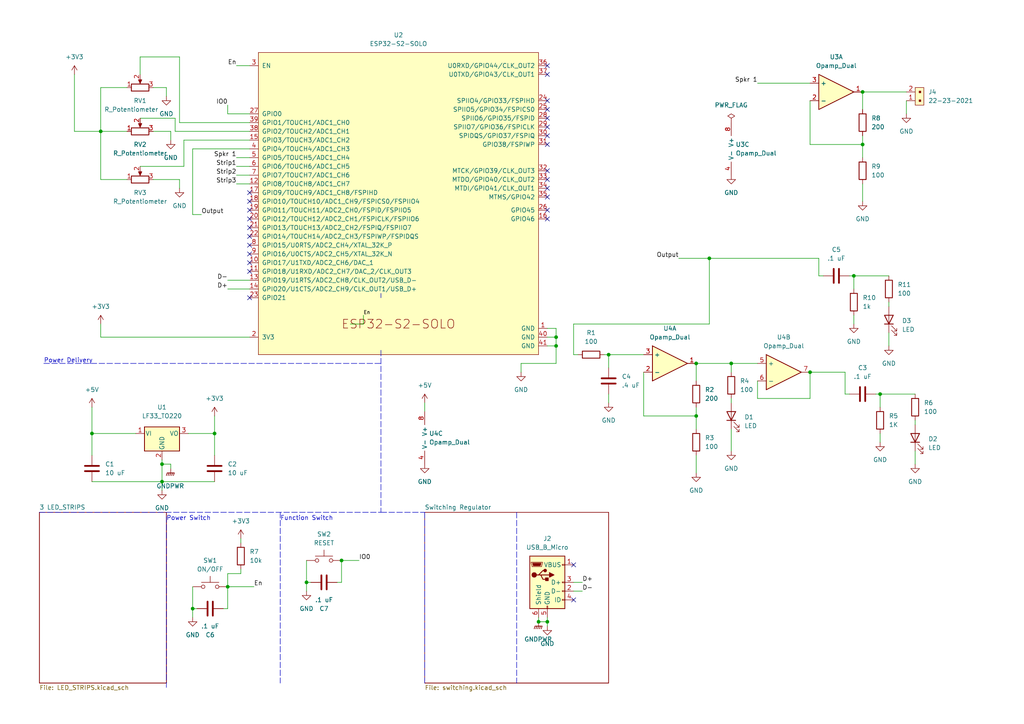
<source format=kicad_sch>
(kicad_sch (version 20211123) (generator eeschema)
  (paper "A4")
  (lib_symbols
    (symbol "Connector:USB_B_Micro" (pin_names (offset 1.016))
      (property "Reference" "J" (at -5.08 11.43 0))
      (property "Value" "USB_B_Micro" (at -5.08 8.89 0))
      (symbol "USB_B_Micro_0_1"
        (rectangle (start -5.08 -7.62) (end 5.08 7.62) (stroke (width 0.254)) (fill (type background)))
        (circle (center -3.81 2.159) (radius 0.635) (stroke (width 0.254)) (fill (type outline)))
        (circle (center -0.635 3.429) (radius 0.381) (stroke (width 0.254)) (fill (type outline)))
        (rectangle (start -0.127 -7.62) (end 0.127 -6.858))
        (polyline (pts (xy -1.905 2.159) (xy 0.635 2.159)) (stroke (width 0.254)))
        (polyline (pts (xy -3.175 2.159) (xy -2.54 2.159) (xy -1.27 3.429) (xy -0.635 3.429)) (stroke (width 0.254)))
        (polyline (pts (xy -2.54 2.159) (xy -1.905 2.159) (xy -1.27 0.889) (xy 0 0.889)) (stroke (width 0.254)))
        (polyline (pts (xy 0.635 2.794) (xy 0.635 1.524) (xy 1.905 2.159) (xy 0.635 2.794)) (stroke (width 0.254)) (fill (type outline)))
        (polyline (pts (xy -4.318 5.588) (xy -1.778 5.588) (xy -2.032 4.826) (xy -4.064 4.826) (xy -4.318 5.588)) (fill (type outline)))
        (polyline (pts (xy -4.699 5.842) (xy -4.699 5.588) (xy -4.445 4.826) (xy -4.445 4.572) (xy -1.651 4.572) (xy -1.651 4.826) (xy -1.397 5.588) (xy -1.397 5.842) (xy -4.699 5.842)))
        (rectangle (start 0.254 1.27) (end -0.508 0.508) (stroke (width 0.254)) (fill (type outline)))
        (rectangle (start 5.08 -5.207) (end 4.318 -4.953))
        (rectangle (start 5.08 -2.667) (end 4.318 -2.413))
        (rectangle (start 5.08 -0.127) (end 4.318 0.127))
        (rectangle (start 5.08 4.953) (end 4.318 5.207))
      )
      (symbol "USB_B_Micro_1_1"
        (pin power_out line (at 7.62 5.08 180) (length 2.54) (name "VBUS") (number "1"))
        (pin bidirectional line (at 7.62 -2.54 180) (length 2.54) (name "D-") (number "2"))
        (pin bidirectional line (at 7.62 0 180) (length 2.54) (name "D+") (number "3"))
        (pin passive line (at 7.62 -5.08 180) (length 2.54) (name "ID") (number "4"))
        (pin power_out line (at 0 -10.16 90) (length 2.54) (name "GND") (number "5"))
        (pin passive line (at -2.54 -10.16 90) (length 2.54) (name "Shield") (number "6"))
      )
    )
    (symbol "Device:C" (pin_numbers hide) (pin_names (offset 0.254))
      (property "Reference" "C" (at 0.635 2.54 0))
      (property "Value" "C" (at 0.635 -2.54 0))
      (symbol "C_0_1"
        (polyline (pts (xy -2.032 -0.762) (xy 2.032 -0.762)) (stroke (width 0.508)))
        (polyline (pts (xy -2.032 0.762) (xy 2.032 0.762)) (stroke (width 0.508)))
      )
      (symbol "C_1_1"
        (pin passive line (at 0 3.81 270) (length 2.794) (name "~") (number "1"))
        (pin passive line (at 0 -3.81 90) (length 2.794) (name "~") (number "2"))
      )
    )
    (symbol "Device:LED" (pin_numbers hide) (pin_names (offset 1.016) hide)
      (property "Reference" "D" (at 0 2.54 0))
      (property "Value" "LED" (at 0 -2.54 0))
      (symbol "LED_0_1"
        (polyline (pts (xy -1.27 -1.27) (xy -1.27 1.27)) (stroke (width 0.254)))
        (polyline (pts (xy -1.27 0) (xy 1.27 0)))
        (polyline (pts (xy 1.27 -1.27) (xy 1.27 1.27) (xy -1.27 0) (xy 1.27 -1.27)) (stroke (width 0.254)))
        (polyline (pts (xy -3.048 -0.762) (xy -4.572 -2.286) (xy -3.81 -2.286) (xy -4.572 -2.286) (xy -4.572 -1.524)))
        (polyline (pts (xy -1.778 -0.762) (xy -3.302 -2.286) (xy -2.54 -2.286) (xy -3.302 -2.286) (xy -3.302 -1.524)))
      )
      (symbol "LED_1_1"
        (pin passive line (at -3.81 0 0) (length 2.54) (name "K") (number "1"))
        (pin passive line (at 3.81 0 180) (length 2.54) (name "A") (number "2"))
      )
    )
    (symbol "Device:Opamp_Dual"
      (property "Reference" "U" (at 0 5.08 0))
      (property "Value" "Opamp_Dual" (at 0 -5.08 0))
      (symbol "Opamp_Dual_1_1"
        (polyline (pts (xy -5.08 5.08) (xy 5.08 0) (xy -5.08 -5.08) (xy -5.08 5.08)) (stroke (width 0.254)) (fill (type background)))
        (pin output line (at 7.62 0 180) (length 2.54) (name "~") (number "1"))
        (pin input line (at -7.62 -2.54 0) (length 2.54) (name "-") (number "2"))
        (pin input line (at -7.62 2.54 0) (length 2.54) (name "+") (number "3"))
      )
      (symbol "Opamp_Dual_2_1"
        (polyline (pts (xy -5.08 5.08) (xy 5.08 0) (xy -5.08 -5.08) (xy -5.08 5.08)) (stroke (width 0.254)) (fill (type background)))
        (pin input line (at -7.62 2.54 0) (length 2.54) (name "+") (number "5"))
        (pin input line (at -7.62 -2.54 0) (length 2.54) (name "-") (number "6"))
        (pin output line (at 7.62 0 180) (length 2.54) (name "~") (number "7"))
      )
      (symbol "Opamp_Dual_3_1"
        (pin power_in line (at -2.54 -7.62 90) (length 3.81) (name "V-") (number "4"))
        (pin power_in line (at -2.54 7.62 270) (length 3.81) (name "V+") (number "8"))
      )
    )
    (symbol "Device:R" (pin_numbers hide) (pin_names (offset 0))
      (property "Reference" "R" (at 2.032 0 90))
      (property "Value" "R" (at 0 0 90))
      (symbol "R_0_1"
        (rectangle (start -1.016 -2.54) (end 1.016 2.54) (stroke (width 0.254)))
      )
      (symbol "R_1_1"
        (pin passive line (at 0 3.81 270) (length 1.27) (name "~") (number "1"))
        (pin passive line (at 0 -3.81 90) (length 1.27) (name "~") (number "2"))
      )
    )
    (symbol "Device:R_Potentiometer" (pin_names (offset 1.016) hide)
      (property "Reference" "RV" (at -4.445 0 90))
      (property "Value" "R_Potentiometer" (at -2.54 0 90))
      (symbol "R_Potentiometer_0_1"
        (polyline (pts (xy 2.54 0) (xy 1.524 0)))
        (polyline (pts (xy 1.143 0) (xy 2.286 0.508) (xy 2.286 -0.508) (xy 1.143 0)) (fill (type outline)))
        (rectangle (start 1.016 2.54) (end -1.016 -2.54) (stroke (width 0.254)))
      )
      (symbol "R_Potentiometer_1_1"
        (pin passive line (at 0 3.81 270) (length 1.27) (name "1") (number "1"))
        (pin passive line (at 3.81 0 180) (length 1.27) (name "2") (number "2"))
        (pin passive line (at 0 -3.81 90) (length 1.27) (name "3") (number "3"))
      )
    )
    (symbol "Espressif:ESP32-S2-SOLO" (pin_names (offset 1.016))
      (property "Reference" "U" (at 0 43.18 0))
      (property "Value" "ESP32-S2-SOLO" (at 0 -46.99 0))
      (symbol "ESP32-S2-SOLO_0_1"
        (rectangle (start -40.64 41.91) (end 40.64 -45.72) (fill (type background)))
      )
      (symbol "ESP32-S2-SOLO_1_1"
        (text "ESP32-S2-SOLO" (at 0 -36.83 0) (effects (font (size 2.54 2.54))))
        (pin power_in line (at 43.18 -38.1 180) (length 2.54) (name "GND") (number "1"))
        (pin bidirectional line (at -43.18 -19.05 0) (length 2.54) (name "GPIO17/U1TXD/ADC2_CH6/DAC_1") (number "10"))
        (pin bidirectional line (at -43.18 -21.59 0) (length 2.54) (name "GPIO18/U1RXD/ADC2_CH7/DAC_2/CLK_OUT3") (number "11"))
        (pin bidirectional line (at -43.18 3.81 0) (length 2.54) (name "GPIO8/TOUCH8/ADC1_CH7") (number "12"))
        (pin bidirectional line (at -43.18 -24.13 0) (length 2.54) (name "GPIO19/U1RTS/ADC2_CH8/CLK_OUT2/USB_D-") (number "13"))
        (pin bidirectional line (at -43.18 -26.67 0) (length 2.54) (name "GPIO20/U1CTS/ADC2_CH9/CLK_OUT1/USB_D+") (number "14"))
        (pin bidirectional line (at -43.18 16.51 0) (length 2.54) (name "GPIO3/TOUCH3/ADC1_CH2") (number "15"))
        (pin input line (at 43.18 -6.35 180) (length 2.54) (name "GPIO46") (number "16"))
        (pin bidirectional line (at -43.18 1.27 0) (length 2.54) (name "GPIO9/TOUCH9/ADC1_CH8/FSPIHD") (number "17"))
        (pin bidirectional line (at -43.18 -1.27 0) (length 2.54) (name "GPIO10/TOUCH10/ADC1_CH9/FSPICS0/FSPIIO4") (number "18"))
        (pin bidirectional line (at -43.18 -3.81 0) (length 2.54) (name "GPIO11/TOUCH11/ADC2_CH0/FSPID/FSPIIO5") (number "19"))
        (pin power_in line (at -43.18 -40.64 0) (length 2.54) (name "3V3") (number "2"))
        (pin bidirectional line (at -43.18 -6.35 0) (length 2.54) (name "GPIO12/TOUCH12/ADC2_CH1/FSPICLK/FSPIIO6") (number "20"))
        (pin bidirectional line (at -43.18 -8.89 0) (length 2.54) (name "GPIO13/TOUCH13/ADC2_CH2/FSPIQ/FSPIIO7") (number "21"))
        (pin bidirectional line (at -43.18 -11.43 0) (length 2.54) (name "GPIO14/TOUCH14/ADC2_CH3/FSPIWP/FSPIDQS") (number "22"))
        (pin bidirectional line (at -43.18 -29.21 0) (length 2.54) (name "GPIO21") (number "23"))
        (pin bidirectional line (at 43.18 27.94 180) (length 2.54) (name "SPIIO4/GPIO33/FSPIHD") (number "24"))
        (pin bidirectional line (at 43.18 25.4 180) (length 2.54) (name "SPIIO5/GPIO34/FSPICS0") (number "25"))
        (pin bidirectional line (at 43.18 -3.81 180) (length 2.54) (name "GPIO45") (number "26"))
        (pin bidirectional line (at -43.18 24.13 0) (length 2.54) (name "GPIO0") (number "27"))
        (pin bidirectional line (at 43.18 22.86 180) (length 2.54) (name "SPIIO6/GPIO35/FSPID") (number "28"))
        (pin bidirectional line (at 43.18 20.32 180) (length 2.54) (name "SPIIO7/GPIO36/FSPICLK") (number "29"))
        (pin bidirectional line (at -43.18 38.1 0) (length 2.54) (name "EN") (number "3"))
        (pin bidirectional line (at 43.18 17.78 180) (length 2.54) (name "SPIDQS/GPIO37/FSPIQ") (number "30"))
        (pin bidirectional line (at 43.18 15.24 180) (length 2.54) (name "GPIO38/FSPIWP") (number "31"))
        (pin bidirectional line (at 43.18 7.62 180) (length 2.54) (name "MTCK/GPIO39/CLK_OUT3") (number "32"))
        (pin bidirectional line (at 43.18 5.08 180) (length 2.54) (name "MTDO/GPIO40/CLK_OUT2") (number "33"))
        (pin bidirectional line (at 43.18 2.54 180) (length 2.54) (name "MTDI/GPIO41/CLK_OUT1") (number "34"))
        (pin bidirectional line (at 43.18 0 180) (length 2.54) (name "MTMS/GPIO42") (number "35"))
        (pin bidirectional line (at 43.18 38.1 180) (length 2.54) (name "U0RXD/GPIO44/CLK_OUT2") (number "36"))
        (pin bidirectional line (at 43.18 35.56 180) (length 2.54) (name "U0TXD/GPIO43/CLK_OUT1") (number "37"))
        (pin bidirectional line (at -43.18 19.05 0) (length 2.54) (name "GPIO2/TOUCH2/ADC1_CH1") (number "38"))
        (pin bidirectional line (at -43.18 21.59 0) (length 2.54) (name "GPIO1/TOUCH1/ADC1_CH0") (number "39"))
        (pin bidirectional line (at -43.18 13.97 0) (length 2.54) (name "GPIO4/TOUCH4/ADC1_CH3") (number "4"))
        (pin input line (at 43.18 -40.64 180) (length 2.54) (name "GND") (number "40"))
        (pin input line (at 43.18 -43.18 180) (length 2.54) (name "GND") (number "41"))
        (pin bidirectional line (at -43.18 11.43 0) (length 2.54) (name "GPIO5/TOUCH5/ADC1_CH4") (number "5"))
        (pin bidirectional line (at -43.18 8.89 0) (length 2.54) (name "GPIO6/TOUCH6/ADC1_CH5") (number "6"))
        (pin bidirectional line (at -43.18 6.35 0) (length 2.54) (name "GPIO7/TOUCH7/ADC1_CH6") (number "7"))
        (pin bidirectional line (at -43.18 -13.97 0) (length 2.54) (name "GPIO15/U0RTS/ADC2_CH4/XTAL_32K_P") (number "8"))
        (pin bidirectional line (at -43.18 -16.51 0) (length 2.54) (name "GPIO16/U0CTS/ADC2_CH5/XTAL_32K_N") (number "9"))
      )
    )
    (symbol "Regulator_Linear:LF33_TO220" (pin_names (offset 0.254))
      (property "Reference" "U" (at -3.81 3.175 0))
      (property "Value" "LF33_TO220" (at 0 3.175 0))
      (symbol "LF33_TO220_0_1"
        (rectangle (start -5.08 1.905) (end 5.08 -5.08) (stroke (width 0.254)) (fill (type background)))
      )
      (symbol "LF33_TO220_1_1"
        (pin power_in line (at -7.62 0 0) (length 2.54) (name "VI") (number "1"))
        (pin power_in line (at 0 -7.62 90) (length 2.54) (name "GND") (number "2"))
        (pin power_out line (at 7.62 0 180) (length 2.54) (name "VO") (number "3"))
      )
    )
    (symbol "Switch:SW_Push" (pin_numbers hide) (pin_names (offset 1.016) hide)
      (property "Reference" "SW" (at 1.27 2.54 0))
      (property "Value" "SW_Push" (at 0 -1.524 0))
      (symbol "SW_Push_0_1"
        (circle (center -2.032 0) (radius 0.508))
        (polyline (pts (xy 0 1.27) (xy 0 3.048)))
        (polyline (pts (xy 2.54 1.27) (xy -2.54 1.27)))
        (circle (center 2.032 0) (radius 0.508))
        (pin passive line (at -5.08 0 0) (length 2.54) (name "1") (number "1"))
        (pin passive line (at 5.08 0 180) (length 2.54) (name "2") (number "2"))
      )
    )
    (symbol "dk_Rectangular-Connectors-Headers-Male-Pins:22-23-2021" (pin_names (offset 1.016))
      (property "Reference" "J" (at -2.54 1.27 0))
      (property "Value" "22-23-2021" (at 1.27 -3.81 0))
      (symbol "22-23-2021_1_1"
        (rectangle (start -1.27 0) (end 3.81 -2.54) (fill (type background)))
        (rectangle (start -0.254 -1.143) (end 0.254 -1.651) (fill (type outline)))
        (rectangle (start 2.286 -1.143) (end 2.794 -1.651) (fill (type outline)))
        (pin passive line (at 0 2.54 270) (length 2.54) (name "~") (number "1"))
        (pin passive line (at 2.54 2.54 270) (length 2.54) (name "~") (number "2"))
      )
    )
    (symbol "power:+3.3V" (power) (pin_names (offset 0))
      (property "Value" "+3.3V" (at 0 3.556 0))
      (symbol "+3.3V_0_1"
        (polyline (pts (xy -0.762 1.27) (xy 0 2.54)))
        (polyline (pts (xy 0 0) (xy 0 2.54)))
        (polyline (pts (xy 0 2.54) (xy 0.762 1.27)))
      )
      (symbol "+3.3V_1_1"
        (pin power_in line (at 0 0 90) (length 0) hide (name "+3V3") (number "1"))
      )
    )
    (symbol "power:+5V" (power) (pin_names (offset 0))
      (property "Value" "+5V" (at 0 3.556 0))
      (symbol "+5V_0_1"
        (polyline (pts (xy -0.762 1.27) (xy 0 2.54)))
        (polyline (pts (xy 0 0) (xy 0 2.54)))
        (polyline (pts (xy 0 2.54) (xy 0.762 1.27)))
      )
      (symbol "+5V_1_1"
        (pin power_in line (at 0 0 90) (length 0) hide (name "+5V") (number "1"))
      )
    )
    (symbol "power:GND" (power) (pin_names (offset 0))
      (property "Value" "GND" (at 0 -3.81 0))
      (symbol "GND_0_1"
        (polyline (pts (xy 0 0) (xy 0 -1.27) (xy 1.27 -1.27) (xy 0 -2.54) (xy -1.27 -1.27) (xy 0 -1.27)))
      )
      (symbol "GND_1_1"
        (pin power_in line (at 0 0 270) (length 0) hide (name "GND") (number "1"))
      )
    )
    (symbol "power:GNDPWR" (power) (pin_names (offset 0))
      (property "Value" "GNDPWR" (at 0 -3.302 0))
      (symbol "GNDPWR_0_1"
        (polyline (pts (xy 0 -1.27) (xy 0 0)))
        (polyline (pts (xy -1.016 -1.27) (xy -1.27 -2.032) (xy -1.27 -2.032)) (stroke (width 0.2032)))
        (polyline (pts (xy -0.508 -1.27) (xy -0.762 -2.032) (xy -0.762 -2.032)) (stroke (width 0.2032)))
        (polyline (pts (xy 0 -1.27) (xy -0.254 -2.032) (xy -0.254 -2.032)) (stroke (width 0.2032)))
        (polyline (pts (xy 0.508 -1.27) (xy 0.254 -2.032) (xy 0.254 -2.032)) (stroke (width 0.2032)))
        (polyline (pts (xy 1.016 -1.27) (xy -1.016 -1.27) (xy -1.016 -1.27)) (stroke (width 0.2032)))
        (polyline (pts (xy 1.016 -1.27) (xy 0.762 -2.032) (xy 0.762 -2.032) (xy 0.762 -2.032)) (stroke (width 0.2032)))
      )
      (symbol "GNDPWR_1_1"
        (pin power_in line (at 0 0 270) (length 0) hide (name "GNDPWR") (number "1"))
      )
    )
    (symbol "power:PWR_FLAG" (power) (pin_numbers hide) (pin_names (offset 0) hide)
      (property "Value" "PWR_FLAG" (at 0 3.81 0))
      (symbol "PWR_FLAG_0_0"
        (pin power_out line (at 0 0 90) (length 0) (name "pwr") (number "1"))
      )
      (symbol "PWR_FLAG_0_1"
        (polyline (pts (xy 0 0) (xy 0 1.27) (xy -1.016 1.905) (xy 0 2.54) (xy 1.016 1.905) (xy 0 1.27)))
      )
    )
  )
  (junction (at 250.19 26.67))
  (junction (at 99.06 162.56))
  (junction (at 234.95 107.95))
  (junction (at 88.9 168.91))
  (junction (at 158.75 180.34))
  (junction (at 212.09 105.41))
  (junction (at 156.21 180.34))
  (junction (at 46.99 134.62))
  (junction (at 250.19 41.91))
  (junction (at 62.23 125.73))
  (junction (at 46.99 139.7))
  (junction (at 161.29 100.33))
  (junction (at 205.74 74.93))
  (junction (at 29.21 38.1))
  (junction (at 176.53 102.87))
  (junction (at 201.93 120.65))
  (junction (at 66.04 170.18))
  (junction (at 201.93 105.41))
  (junction (at 26.67 125.73))
  (junction (at 247.65 80.01))
  (junction (at 55.88 176.53))
  (junction (at 255.27 114.3))
  (junction (at 161.29 97.79))
  (no_connect (at 166.37 173.99))
  (no_connect (at 166.37 163.83))
  (no_connect (at 72.39 86.36))
  (no_connect (at 158.75 36.83))
  (no_connect (at 158.75 39.37))
  (no_connect (at 158.75 19.05))
  (no_connect (at 158.75 21.59))
  (no_connect (at 158.75 29.21))
  (no_connect (at 158.75 31.75))
  (no_connect (at 158.75 34.29))
  (no_connect (at 72.39 78.74))
  (no_connect (at 72.39 55.88))
  (no_connect (at 72.39 58.42))
  (no_connect (at 72.39 60.96))
  (no_connect (at 72.39 63.5))
  (no_connect (at 72.39 66.04))
  (no_connect (at 72.39 68.58))
  (no_connect (at 72.39 71.12))
  (no_connect (at 72.39 73.66))
  (no_connect (at 72.39 76.2))
  (no_connect (at 158.75 41.91))
  (no_connect (at 158.75 49.53))
  (no_connect (at 158.75 52.07))
  (no_connect (at 158.75 54.61))
  (no_connect (at 158.75 57.15))
  (no_connect (at 158.75 60.96))
  (no_connect (at 158.75 63.5))
  (wire (pts (xy 69.85 156.21) (xy 69.85 157.48)))
  (wire (pts (xy 55.88 170.18) (xy 55.88 176.53)))
  (wire (pts (xy 46.99 139.7) (xy 46.99 142.24)))
  (wire (pts (xy 55.88 176.53) (xy 57.15 176.53)))
  (wire (pts (xy 161.29 95.25) (xy 158.75 95.25)))
  (wire (pts (xy 101.6 93.98) (xy 105.41 93.98)))
  (wire (pts (xy 55.88 62.23) (xy 58.42 62.23)))
  (wire (pts (xy 156.21 179.07) (xy 156.21 180.34)))
  (wire (pts (xy 212.09 124.46) (xy 212.09 130.81)))
  (wire (pts (xy 52.07 52.07) (xy 52.07 54.61)))
  (wire (pts (xy 50.8 34.29) (xy 50.8 38.1)))
  (polyline (pts (xy 11.43 148.59) (xy 110.49 148.59)))
  (polyline (pts (xy 81.28 148.59) (xy 81.28 198.12)))
  (wire (pts (xy 40.64 48.26) (xy 53.34 48.26)))
  (wire (pts (xy 29.21 38.1) (xy 29.21 52.07)))
  (wire (pts (xy 68.58 45.72) (xy 72.39 45.72)))
  (wire (pts (xy 201.93 118.11) (xy 201.93 120.65)))
  (wire (pts (xy 88.9 168.91) (xy 88.9 171.45)))
  (wire (pts (xy 161.29 97.79) (xy 161.29 95.25)))
  (wire (pts (xy 201.93 105.41) (xy 212.09 105.41)))
  (wire (pts (xy 247.65 80.01) (xy 247.65 83.82)))
  (wire (pts (xy 166.37 102.87) (xy 167.64 102.87)))
  (wire (pts (xy 250.19 26.67) (xy 262.89 26.67)))
  (wire (pts (xy 237.49 74.93) (xy 237.49 80.01)))
  (wire (pts (xy 66.04 33.02) (xy 72.39 33.02)))
  (wire (pts (xy 265.43 121.92) (xy 265.43 123.19)))
  (wire (pts (xy 26.67 125.73) (xy 26.67 132.08)))
  (wire (pts (xy 201.93 120.65) (xy 201.93 124.46)))
  (wire (pts (xy 46.99 134.62) (xy 49.53 134.62)))
  (wire (pts (xy 52.07 16.51) (xy 52.07 35.56)))
  (wire (pts (xy 175.26 102.87) (xy 176.53 102.87)))
  (wire (pts (xy 166.37 168.91) (xy 168.91 168.91)))
  (wire (pts (xy 219.71 115.57) (xy 219.71 110.49)))
  (wire (pts (xy 26.67 125.73) (xy 39.37 125.73)))
  (wire (pts (xy 55.88 176.53) (xy 55.88 179.07)))
  (wire (pts (xy 250.19 41.91) (xy 250.19 45.72)))
  (wire (pts (xy 205.74 74.93) (xy 205.74 93.98)))
  (wire (pts (xy 44.45 38.1) (xy 49.53 38.1)))
  (wire (pts (xy 201.93 105.41) (xy 201.93 110.49)))
  (wire (pts (xy 46.99 139.7) (xy 62.23 139.7)))
  (wire (pts (xy 186.69 107.95) (xy 186.69 120.65)))
  (wire (pts (xy 50.8 38.1) (xy 72.39 38.1)))
  (wire (pts (xy 66.04 176.53) (xy 66.04 170.18)))
  (wire (pts (xy 49.53 134.62) (xy 49.53 135.89)))
  (wire (pts (xy 36.83 25.4) (xy 29.21 25.4)))
  (wire (pts (xy 205.74 93.98) (xy 166.37 93.98)))
  (wire (pts (xy 55.88 43.18) (xy 55.88 62.23)))
  (wire (pts (xy 29.21 97.79) (xy 72.39 97.79)))
  (wire (pts (xy 52.07 52.07) (xy 44.45 52.07)))
  (wire (pts (xy 254 114.3) (xy 255.27 114.3)))
  (wire (pts (xy 29.21 25.4) (xy 29.21 38.1)))
  (wire (pts (xy 151.13 105.41) (xy 151.13 107.95)))
  (wire (pts (xy 21.59 21.59) (xy 21.59 38.1)))
  (wire (pts (xy 212.09 105.41) (xy 219.71 105.41)))
  (wire (pts (xy 40.64 16.51) (xy 52.07 16.51)))
  (wire (pts (xy 158.75 180.34) (xy 158.75 181.61)))
  (wire (pts (xy 176.53 114.3) (xy 176.53 116.84)))
  (wire (pts (xy 250.19 39.37) (xy 250.19 41.91)))
  (wire (pts (xy 246.38 80.01) (xy 247.65 80.01)))
  (wire (pts (xy 69.85 166.37) (xy 69.85 165.1)))
  (wire (pts (xy 29.21 38.1) (xy 21.59 38.1)))
  (wire (pts (xy 166.37 171.45) (xy 168.91 171.45)))
  (wire (pts (xy 245.11 107.95) (xy 245.11 114.3)))
  (polyline (pts (xy 110.49 86.36) (xy 110.49 85.09)))
  (wire (pts (xy 66.04 81.28) (xy 72.39 81.28)))
  (polyline (pts (xy 48.26 149.86) (xy 48.26 199.39)))
  (wire (pts (xy 48.26 25.4) (xy 48.26 27.94)))
  (polyline (pts (xy 12.7 105.41) (xy 110.49 105.41)))
  (wire (pts (xy 46.99 134.62) (xy 46.99 139.7)))
  (wire (pts (xy 255.27 114.3) (xy 255.27 118.11)))
  (wire (pts (xy 49.53 38.1) (xy 49.53 40.64)))
  (wire (pts (xy 196.85 74.93) (xy 205.74 74.93)))
  (wire (pts (xy 52.07 35.56) (xy 72.39 35.56)))
  (wire (pts (xy 68.58 50.8) (xy 72.39 50.8)))
  (wire (pts (xy 234.95 115.57) (xy 219.71 115.57)))
  (wire (pts (xy 250.19 26.67) (xy 250.19 31.75)))
  (wire (pts (xy 255.27 125.73) (xy 255.27 128.27)))
  (wire (pts (xy 247.65 80.01) (xy 257.81 80.01)))
  (polyline (pts (xy 123.19 148.59) (xy 123.19 198.12)))
  (wire (pts (xy 176.53 102.87) (xy 176.53 106.68)))
  (wire (pts (xy 68.58 19.05) (xy 72.39 19.05)))
  (wire (pts (xy 245.11 114.3) (xy 246.38 114.3)))
  (wire (pts (xy 205.74 74.93) (xy 237.49 74.93)))
  (wire (pts (xy 234.95 107.95) (xy 234.95 115.57)))
  (wire (pts (xy 66.04 170.18) (xy 73.66 170.18)))
  (wire (pts (xy 151.13 105.41) (xy 161.29 105.41)))
  (wire (pts (xy 255.27 114.3) (xy 265.43 114.3)))
  (wire (pts (xy 123.19 116.84) (xy 123.19 119.38)))
  (wire (pts (xy 234.95 107.95) (xy 245.11 107.95)))
  (wire (pts (xy 265.43 130.81) (xy 265.43 134.62)))
  (wire (pts (xy 68.58 53.34) (xy 72.39 53.34)))
  (wire (pts (xy 156.21 180.34) (xy 158.75 180.34)))
  (wire (pts (xy 219.71 24.13) (xy 234.95 24.13)))
  (wire (pts (xy 66.04 166.37) (xy 69.85 166.37)))
  (wire (pts (xy 257.81 87.63) (xy 257.81 88.9)))
  (wire (pts (xy 66.04 33.02) (xy 66.04 30.48)))
  (wire (pts (xy 26.67 139.7) (xy 46.99 139.7)))
  (wire (pts (xy 234.95 41.91) (xy 250.19 41.91)))
  (wire (pts (xy 54.61 125.73) (xy 62.23 125.73)))
  (wire (pts (xy 212.09 115.57) (xy 212.09 116.84)))
  (wire (pts (xy 97.79 168.91) (xy 99.06 168.91)))
  (wire (pts (xy 158.75 179.07) (xy 158.75 180.34)))
  (wire (pts (xy 55.88 43.18) (xy 72.39 43.18)))
  (wire (pts (xy 66.04 166.37) (xy 66.04 170.18)))
  (wire (pts (xy 262.89 29.21) (xy 262.89 33.02)))
  (wire (pts (xy 257.81 96.52) (xy 257.81 100.33)))
  (wire (pts (xy 212.09 105.41) (xy 212.09 107.95)))
  (wire (pts (xy 158.75 100.33) (xy 161.29 100.33)))
  (wire (pts (xy 29.21 52.07) (xy 36.83 52.07)))
  (wire (pts (xy 46.99 133.35) (xy 46.99 134.62)))
  (polyline (pts (xy 110.49 101.6) (xy 110.49 148.59)))
  (wire (pts (xy 158.75 97.79) (xy 161.29 97.79)))
  (wire (pts (xy 40.64 21.59) (xy 40.64 16.51)))
  (wire (pts (xy 247.65 91.44) (xy 247.65 93.98)))
  (wire (pts (xy 62.23 125.73) (xy 62.23 132.08)))
  (wire (pts (xy 68.58 48.26) (xy 72.39 48.26)))
  (wire (pts (xy 44.45 25.4) (xy 48.26 25.4)))
  (wire (pts (xy 250.19 53.34) (xy 250.19 58.42)))
  (wire (pts (xy 176.53 102.87) (xy 186.69 102.87)))
  (wire (pts (xy 105.41 91.44) (xy 105.41 93.98)))
  (wire (pts (xy 201.93 132.08) (xy 201.93 137.16)))
  (wire (pts (xy 99.06 168.91) (xy 99.06 162.56)))
  (wire (pts (xy 237.49 80.01) (xy 238.76 80.01)))
  (wire (pts (xy 161.29 105.41) (xy 161.29 100.33)))
  (wire (pts (xy 64.77 176.53) (xy 66.04 176.53)))
  (wire (pts (xy 161.29 100.33) (xy 161.29 97.79)))
  (wire (pts (xy 40.64 34.29) (xy 50.8 34.29)))
  (wire (pts (xy 53.34 48.26) (xy 53.34 40.64)))
  (wire (pts (xy 166.37 93.98) (xy 166.37 102.87)))
  (wire (pts (xy 53.34 40.64) (xy 72.39 40.64)))
  (wire (pts (xy 88.9 162.56) (xy 88.9 168.91)))
  (wire (pts (xy 186.69 120.65) (xy 201.93 120.65)))
  (wire (pts (xy 29.21 93.98) (xy 29.21 97.79)))
  (wire (pts (xy 29.21 38.1) (xy 36.83 38.1)))
  (wire (pts (xy 234.95 29.21) (xy 234.95 41.91)))
  (wire (pts (xy 99.06 162.56) (xy 104.14 162.56)))
  (polyline (pts (xy 110.49 148.59) (xy 123.19 148.59)))
  (polyline (pts (xy 149.86 148.59) (xy 149.86 198.12)))
  (wire (pts (xy 26.67 118.11) (xy 26.67 125.73)))
  (wire (pts (xy 62.23 125.73) (xy 62.23 120.65)))
  (wire (pts (xy 72.39 83.82) (xy 66.04 83.82)))
  (wire (pts (xy 88.9 168.91) (xy 90.17 168.91)))
  (text "Power Delivery\n" (at 12.7 105.41 0) (effects (font (size 1.27 1.27)) (justify left bottom)))
  (text "Power Switch\n" (at 48.26 151.13 0) (effects (font (size 1.27 1.27)) (justify left bottom)))
  (text "Function Switch\n" (at 81.28 151.13 0) (effects (font (size 1.27 1.27)) (justify left bottom)))
  (label "D+" (at 168.91 168.91 0))
  (label "Strip2" (at 68.58 50.8 180))
  (label "Spkr 1" (at 219.71 24.13 180))
  (label "D-" (at 168.91 171.45 0))
  (label "IO0" (at 104.14 162.56 0))
  (label "Strip1" (at 68.58 48.26 180))
  (label "En" (at 105.41 91.44 0) (effects (font (size 1 1))))
  (label "En" (at 73.66 170.18 0))
  (label "Strip3" (at 68.58 53.34 180))
  (label "Output" (at 58.42 62.23 0))
  (label "D-" (at 66.04 81.28 180))
  (label "IO0" (at 66.04 30.48 180))
  (label "En" (at 68.58 19.05 180))
  (label "Output" (at 196.85 74.93 180))
  (label "D+" (at 66.04 83.82 180))
  (label "Spkr 1" (at 68.58 45.72 180))
  (symbol (lib_id "power:GND") (at 212.09 130.81 0) (unit 1)
    (property "Reference" "#PWR0102" (effects hide))
    (property "Value" "GND" (at 212.09 135.89 0))
  )
  (symbol (lib_id "Device:R") (at 265.43 118.11 0) (unit 1)
    (property "Reference" "R6" (at 267.97 116.8399 0) (effects (justify left)))
    (property "Value" "100" (at 267.97 119.3799 0) (effects (justify left)))
    (property "Footprint" "Resistor_SMD:R_0603_1608Metric" (effects hide))
  )
  (symbol (lib_id "power:+3.3V") (at 21.59 21.59 0) (unit 1)
    (property "Reference" "#PWR0111" (effects hide))
    (property "Value" "+3.3V" (at 21.59 16.51 0))
  )
  (symbol (lib_id "Connector:USB_B_Micro") (at 158.75 168.91 0) (unit 1)
    (property "Reference" "J2" (at 158.75 156.21 0))
    (property "Value" "USB_B_Micro" (at 158.75 158.75 0))
    (property "Footprint" "Connector_USB:USB_Micro-B_GCT_USB3076-30-A" (effects hide))
  )
  (symbol (lib_id "power:GND") (at 247.65 93.98 0) (unit 1)
    (property "Reference" "#PWR0122" (effects hide))
    (property "Value" "GND" (at 247.65 99.06 0))
  )
  (symbol (lib_id "power:GND") (at 88.9 171.45 0) (unit 1)
    (property "Reference" "#PWR0113" (effects hide))
    (property "Value" "GND" (at 88.9 176.53 0))
  )
  (symbol (lib_id "Switch:SW_Push") (at 93.98 162.56 0) (unit 1)
    (property "Reference" "SW2" (at 93.98 154.94 0))
    (property "Value" "RESET" (at 93.98 157.48 0))
    (property "Footprint" "Button_Switch_SMD:SW_DPDT_CK_JS202011JCQN" (effects hide))
  )
  (symbol (lib_id "Device:R_Potentiometer") (at 40.64 38.1 90) (unit 1)
    (property "Reference" "RV2" (at 40.64 41.91 90))
    (property "Value" "R_Potentiometer" (at 40.64 44.45 90))
    (property "Footprint" "Potentiometer_THT:Potentiometer_ACP_CA9-V10_Vertical" (effects hide))
  )
  (symbol (lib_id "Device:C") (at 176.53 110.49 0) (unit 1)
    (property "Reference" "C4" (at 180.34 109.2199 0) (effects (justify left)))
    (property "Value" ".4 uF" (at 180.34 111.7599 0) (effects (justify left)))
    (property "Footprint" "Capacitor_SMD:C_0603_1608Metric" (effects hide))
  )
  (symbol (lib_id "Device:Opamp_Dual") (at 214.63 43.18 0) (unit 3)
    (property "Reference" "U3" (at 213.36 41.9099 0) (effects (justify left)))
    (property "Value" "Opamp_Dual" (at 213.36 44.4499 0) (effects (justify left)))
    (property "Footprint" "Library:SOIC127P600X175-8N" (effects hide))
  )
  (symbol (lib_id "power:GND") (at 201.93 137.16 0) (unit 1)
    (property "Reference" "#PWR0103" (effects hide))
    (property "Value" "GND" (at 201.93 142.24 0))
  )
  (symbol (lib_id "power:+3.3V") (at 69.85 156.21 0) (unit 1)
    (property "Reference" "#PWR0112" (effects hide))
    (property "Value" "+3.3V" (at 69.85 151.13 0))
  )
  (symbol (lib_id "Device:LED") (at 257.81 92.71 90) (unit 1)
    (property "Reference" "D3" (at 261.62 93.0274 90) (effects (justify right)))
    (property "Value" "LED" (at 261.62 95.5674 90) (effects (justify right)))
    (property "Footprint" "LED_THT:LED_D5.0mm-3" (effects hide))
  )
  (symbol (lib_id "power:GND") (at 262.89 33.02 0) (unit 1)
    (property "Reference" "#PWR0126" (effects hide))
    (property "Value" "GND" (at 262.89 38.1 0))
  )
  (symbol (lib_id "Device:LED") (at 212.09 120.65 90) (unit 1)
    (property "Reference" "D1" (at 215.9 120.9674 90) (effects (justify right)))
    (property "Value" "LED" (at 215.9 123.5074 90) (effects (justify right)))
    (property "Footprint" "LED_THT:LED_D5.0mm-3" (effects hide))
  )
  (symbol (lib_id "power:GND") (at 52.07 54.61 0) (unit 1)
    (property "Reference" "#PWR0108" (effects hide))
    (property "Value" "GND" (at 52.07 59.69 0))
  )
  (symbol (lib_id "Device:R_Potentiometer") (at 40.64 25.4 90) (unit 1)
    (property "Reference" "RV1" (at 40.64 29.21 90))
    (property "Value" "R_Potentiometer" (at 38.1 31.75 90))
    (property "Footprint" "Potentiometer_THT:Potentiometer_ACP_CA9-V10_Vertical" (effects hide))
  )
  (symbol (lib_id "power:GND") (at 151.13 107.95 0) (unit 1)
    (property "Reference" "#PWR0110" (effects hide))
    (property "Value" "GND" (at 151.13 113.03 0))
  )
  (symbol (lib_id "power:GND") (at 176.53 116.84 0) (unit 1)
    (property "Reference" "#PWR0101" (effects hide))
    (property "Value" "GND" (at 176.53 121.92 0))
  )
  (symbol (lib_id "Device:C") (at 60.96 176.53 90) (unit 1)
    (property "Reference" "C6" (at 60.96 184.15 90))
    (property "Value" ".1 uF" (at 60.96 181.61 90))
    (property "Footprint" "Capacitor_SMD:C_0603_1608Metric" (effects hide))
  )
  (symbol (lib_id "Device:Opamp_Dual") (at 242.57 26.67 0) (unit 1)
    (property "Reference" "U3" (at 242.57 16.51 0))
    (property "Value" "Opamp_Dual" (at 242.57 19.05 0))
    (property "Footprint" "Library:SOIC127P600X175-8N" (effects hide))
  )
  (symbol (lib_id "power:GND") (at 250.19 58.42 0) (unit 1)
    (property "Reference" "#PWR0119" (effects hide))
    (property "Value" "GND" (at 250.19 63.5 0))
  )
  (symbol (lib_id "power:+5V") (at 26.67 118.11 0) (unit 1)
    (property "Reference" "#PWR0117" (effects hide))
    (property "Value" "+5V" (at 26.67 113.03 0))
  )
  (symbol (lib_id "power:GND") (at 55.88 179.07 0) (unit 1)
    (property "Reference" "#PWR0114" (effects hide))
    (property "Value" "GND" (at 55.88 184.15 0))
  )
  (symbol (lib_id "Device:C") (at 62.23 135.89 0) (unit 1)
    (property "Reference" "C2" (at 66.04 134.6199 0) (effects (justify left)))
    (property "Value" "10 uF" (at 66.04 137.1599 0) (effects (justify left)))
    (property "Footprint" "Capacitor_SMD:C_0805_2012Metric" (effects hide))
  )
  (symbol (lib_id "Device:R") (at 212.09 111.76 0) (unit 1)
    (property "Reference" "R4" (at 214.63 110.4899 0) (effects (justify left)))
    (property "Value" "100" (at 214.63 113.0299 0) (effects (justify left)))
    (property "Footprint" "Resistor_SMD:R_0603_1608Metric" (effects hide))
  )
  (symbol (lib_id "power:+3.3V") (at 62.23 120.65 0) (unit 1)
    (property "Reference" "#PWR0115" (effects hide))
    (property "Value" "+3.3V" (at 62.23 115.57 0))
  )
  (symbol (lib_id "Device:R") (at 201.93 114.3 0) (unit 1)
    (property "Reference" "R2" (at 204.47 113.0299 0) (effects (justify left)))
    (property "Value" "200" (at 204.47 115.5699 0) (effects (justify left)))
    (property "Footprint" "Resistor_SMD:R_0603_1608Metric" (effects hide))
  )
  (symbol (lib_id "Espressif:ESP32-S2-SOLO") (at 115.57 57.15 0) (unit 1)
    (property "Reference" "U2" (at 115.57 10.16 0))
    (property "Value" "ESP32-S2-SOLO" (at 115.57 12.7 0))
    (property "Footprint" "Espressif:ESP32-S2-SOLO" (effects hide))
    (property "Datasheet" "https://www.espressif.com/sites/default/files/documentation/esp32-s2-solo_esp32-s2-solo-u_datasheet_en.pdf" (effects hide))
  )
  (symbol (lib_id "Device:C") (at 242.57 80.01 90) (unit 1)
    (property "Reference" "C5" (at 242.57 72.39 90))
    (property "Value" ".1 uF" (at 242.57 74.93 90))
    (property "Footprint" "Capacitor_SMD:C_0603_1608Metric" (effects hide))
  )
  (symbol (lib_id "Device:C") (at 250.19 114.3 90) (unit 1)
    (property "Reference" "C3" (at 250.19 106.68 90))
    (property "Value" ".1 uF" (at 250.19 109.22 90))
    (property "Footprint" "Capacitor_SMD:C_0603_1608Metric" (effects hide))
  )
  (symbol (lib_id "Device:R") (at 201.93 128.27 0) (unit 1)
    (property "Reference" "R3" (at 204.47 126.9999 0) (effects (justify left)))
    (property "Value" "100" (at 204.47 129.5399 0) (effects (justify left)))
    (property "Footprint" "Resistor_SMD:R_0603_1608Metric" (effects hide))
  )
  (symbol (lib_id "Switch:SW_Push") (at 60.96 170.18 0) (unit 1)
    (property "Reference" "SW1" (at 60.96 162.56 0))
    (property "Value" "ON/OFF" (at 60.96 165.1 0))
    (property "Footprint" "Button_Switch_SMD:SW_DPDT_CK_JS202011JCQN" (effects hide))
  )
  (symbol (lib_id "power:GND") (at 212.09 50.8 0) (unit 1)
    (property "Reference" "#PWR0121" (effects hide))
    (property "Value" "GND" (at 212.09 55.88 0))
  )
  (symbol (lib_id "Device:R_Potentiometer") (at 40.64 52.07 90) (unit 1)
    (property "Reference" "RV3" (at 40.64 55.88 90))
    (property "Value" "R_Potentiometer" (at 40.64 58.42 90))
    (property "Footprint" "Potentiometer_THT:Potentiometer_ACP_CA9-V10_Vertical" (effects hide))
  )
  (symbol (lib_id "power:GND") (at 46.99 142.24 0) (unit 1)
    (property "Reference" "#PWR0116" (effects hide))
    (property "Value" "GND" (at 46.99 147.32 0))
  )
  (symbol (lib_id "dk_Rectangular-Connectors-Headers-Male-Pins:22-23-2021") (at 265.43 29.21 90) (unit 1)
    (property "Reference" "J4" (at 269.24 26.6699 90) (effects (justify right)))
    (property "Value" "22-23-2021" (at 269.24 29.2099 90) (effects (justify right)))
    (property "Footprint" "Connector_PinHeader_1.00mm:PinHeader_1x02_P1.00mm_Vertical" (effects hide))
    (property "Datasheet" "https://media.digikey.com/pdf/Data%20Sheets/Molex%20PDFs/A-6373-N_Series_Dwg_2010-12-03.pdf" (effects hide))
    (property "Digi-Key_PN" "WM4200-ND" (effects hide))
    (property "MPN" "22-23-2021" (effects hide))
    (property "Category" "Connectors, Interconnects" (effects hide))
    (property "Family" "Rectangular Connectors - Headers, Male Pins" (effects hide))
    (property "DK_Datasheet_Link" "https://media.digikey.com/pdf/Data%20Sheets/Molex%20PDFs/A-6373-N_Series_Dwg_2010-12-03.pdf" (effects hide))
    (property "DK_Detail_Page" "/product-detail/en/molex/22-23-2021/WM4200-ND/26667" (effects hide))
    (property "Description" "CONN HEADER VERT 2POS 2.54MM" (effects hide))
    (property "Manufacturer" "Molex" (effects hide))
    (property "Status" "Active" (effects hide))
  )
  (symbol (lib_id "power:GNDPWR") (at 156.21 180.34 0) (unit 1)
    (property "Reference" "#PWR0138" (effects hide))
    (property "Value" "GNDPWR" (at 156.083 185.42 0))
  )
  (symbol (lib_id "Device:C") (at 26.67 135.89 0) (unit 1)
    (property "Reference" "C1" (at 30.48 134.6199 0) (effects (justify left)))
    (property "Value" "10 uF" (at 30.48 137.1599 0) (effects (justify left)))
    (property "Footprint" "Capacitor_SMD:C_0805_2012Metric" (effects hide))
  )
  (symbol (lib_id "power:GND") (at 49.53 40.64 0) (unit 1)
    (property "Reference" "#PWR0107" (effects hide))
    (property "Value" "GND" (at 49.53 45.72 0))
  )
  (symbol (lib_id "Device:R") (at 69.85 161.29 0) (unit 1)
    (property "Reference" "R7" (at 72.39 160.0199 0) (effects (justify left)))
    (property "Value" "10k" (at 72.39 162.5599 0) (effects (justify left)))
    (property "Footprint" "Resistor_SMD:R_0805_2012Metric" (effects hide))
  )
  (symbol (lib_id "power:+5V") (at 123.19 116.84 0) (unit 1)
    (property "Reference" "#PWR0104" (effects hide))
    (property "Value" "+5V" (at 123.19 111.76 0))
  )
  (symbol (lib_id "power:GND") (at 257.81 100.33 0) (unit 1)
    (property "Reference" "#PWR0123" (effects hide))
    (property "Value" "GND" (at 257.81 105.41 0))
  )
  (symbol (lib_id "Regulator_Linear:LF33_TO220") (at 46.99 125.73 0) (unit 1)
    (property "Reference" "U1" (at 46.99 118.11 0))
    (property "Value" "LF33_TO220" (at 46.99 120.65 0))
    (property "Footprint" "Package_TO_SOT_THT:TO-220-3_Vertical" (effects hide))
    (property "Datasheet" "http://www.st.com/content/ccc/resource/technical/document/datasheet/c4/0e/7e/2a/be/bc/4c/bd/CD00000546.pdf/files/CD00000546.pdf/jcr:content/translations/en.CD00000546.pdf" (effects hide))
  )
  (symbol (lib_id "Device:LED") (at 265.43 127 90) (unit 1)
    (property "Reference" "D2" (at 269.24 127.3174 90) (effects (justify right)))
    (property "Value" "LED" (at 269.24 129.8574 90) (effects (justify right)))
    (property "Footprint" "LED_THT:LED_D5.0mm-3" (effects hide))
  )
  (symbol (lib_id "Device:C") (at 93.98 168.91 90) (unit 1)
    (property "Reference" "C7" (at 93.98 176.53 90))
    (property "Value" ".1 uF" (at 93.98 173.99 90))
    (property "Footprint" "Capacitor_SMD:C_0603_1608Metric" (effects hide))
  )
  (symbol (lib_id "Device:Opamp_Dual") (at 194.31 105.41 0) (unit 1)
    (property "Reference" "U4" (at 194.31 95.25 0))
    (property "Value" "Opamp_Dual" (at 194.31 97.79 0))
    (property "Footprint" "Library:SOIC127P600X175-8N" (effects hide))
  )
  (symbol (lib_id "power:PWR_FLAG") (at 212.09 35.56 0) (unit 1)
    (property "Reference" "#FLG0101" (effects hide))
    (property "Value" "PWR_FLAG" (at 212.09 30.48 0))
  )
  (symbol (lib_id "power:+3.3V") (at 29.21 93.98 0) (unit 1)
    (property "Reference" "#PWR0106" (effects hide))
    (property "Value" "+3.3V" (at 29.21 88.9 0))
  )
  (symbol (lib_id "power:GND") (at 123.19 134.62 0) (unit 1)
    (property "Reference" "#PWR0105" (effects hide))
    (property "Value" "GND" (at 123.19 139.7 0))
  )
  (symbol (lib_id "power:GND") (at 158.75 181.61 0) (unit 1)
    (property "Reference" "#PWR0120" (effects hide))
    (property "Value" "GND" (at 158.75 186.69 0))
  )
  (symbol (lib_id "Device:Opamp_Dual") (at 227.33 107.95 0) (unit 2)
    (property "Reference" "U4" (at 227.33 97.79 0))
    (property "Value" "Opamp_Dual" (at 227.33 100.33 0))
    (property "Footprint" "Library:SOIC127P600X175-8N" (effects hide))
  )
  (symbol (lib_id "Device:R") (at 171.45 102.87 90) (unit 1)
    (property "Reference" "R1" (at 171.45 96.52 90))
    (property "Value" "100" (at 171.45 99.06 90))
    (property "Footprint" "Resistor_SMD:R_0603_1608Metric" (effects hide))
  )
  (symbol (lib_id "Device:R") (at 255.27 121.92 180) (unit 1)
    (property "Reference" "R5" (at 257.81 120.6499 0) (effects (justify right)))
    (property "Value" "1K" (at 257.81 123.1899 0) (effects (justify right)))
    (property "Footprint" "Resistor_SMD:R_0805_2012Metric" (effects hide))
  )
  (symbol (lib_id "Device:R") (at 247.65 87.63 180) (unit 1)
    (property "Reference" "R10" (at 250.19 86.3599 0) (effects (justify right)))
    (property "Value" "1k" (at 250.19 88.8999 0) (effects (justify right)))
    (property "Footprint" "Resistor_SMD:R_0805_2012Metric" (effects hide))
  )
  (symbol (lib_id "Device:R") (at 250.19 49.53 0) (unit 1)
    (property "Reference" "R9" (at 252.73 48.2599 0) (effects (justify left)))
    (property "Value" "100" (at 252.73 50.7999 0) (effects (justify left)))
    (property "Footprint" "Resistor_SMD:R_0603_1608Metric" (effects hide))
  )
  (symbol (lib_id "power:GND") (at 255.27 128.27 0) (unit 1)
    (property "Reference" "#PWR0125" (effects hide))
    (property "Value" "GND" (at 255.27 133.35 0))
  )
  (symbol (lib_id "Device:R") (at 250.19 35.56 0) (unit 1)
    (property "Reference" "R8" (at 252.73 34.2899 0) (effects (justify left)))
    (property "Value" "200" (at 252.73 36.8299 0) (effects (justify left)))
    (property "Footprint" "Resistor_SMD:R_0603_1608Metric" (effects hide))
  )
  (symbol (lib_id "power:GND") (at 48.26 27.94 0) (unit 1)
    (property "Reference" "#PWR0109" (effects hide))
    (property "Value" "GND" (at 48.26 33.02 0))
  )
  (symbol (lib_id "Device:R") (at 257.81 83.82 0) (unit 1)
    (property "Reference" "R11" (at 260.35 82.5499 0) (effects (justify left)))
    (property "Value" "100" (at 260.35 85.0899 0) (effects (justify left)))
    (property "Footprint" "Resistor_SMD:R_0603_1608Metric" (effects hide))
  )
  (symbol (lib_id "power:GND") (at 265.43 134.62 0) (unit 1)
    (property "Reference" "#PWR0124" (effects hide))
    (property "Value" "GND" (at 265.43 139.7 0))
  )
  (symbol (lib_id "Device:Opamp_Dual") (at 125.73 127 0) (unit 3)
    (property "Reference" "U4" (at 124.46 125.7299 0) (effects (justify left)))
    (property "Value" "Opamp_Dual" (at 124.46 128.2699 0) (effects (justify left)))
    (property "Footprint" "Library:SOIC127P600X175-8N" (effects hide))
  )
  (symbol (lib_id "power:GNDPWR") (at 49.53 135.89 0) (unit 1)
    (property "Reference" "#PWR0118" (effects hide))
    (property "Value" "GNDPWR" (at 49.403 140.97 0))
  )
  (sheet (at 123.19 148.59) (size 53.34 49.53) (stroke (width 0.1524))
    (property "Sheet name" "Switching Regulator" (at 123.19 147.8784 0) (effects (justify left bottom)))
    (property "Sheet file" "switching.kicad_sch" (at 123.19 198.7046 0) (effects (justify left top)))
  )
  (sheet (at 11.43 148.59) (size 36.83 49.53) (stroke (width 0.1524))
    (property "Sheet name" "3 LED_STRIPS" (at 11.43 147.8784 0) (effects (justify left bottom)))
    (property "Sheet file" "LED_STRIPS.kicad_sch" (at 11.43 198.7046 0) (effects (justify left top)))
  )
)
</source>
